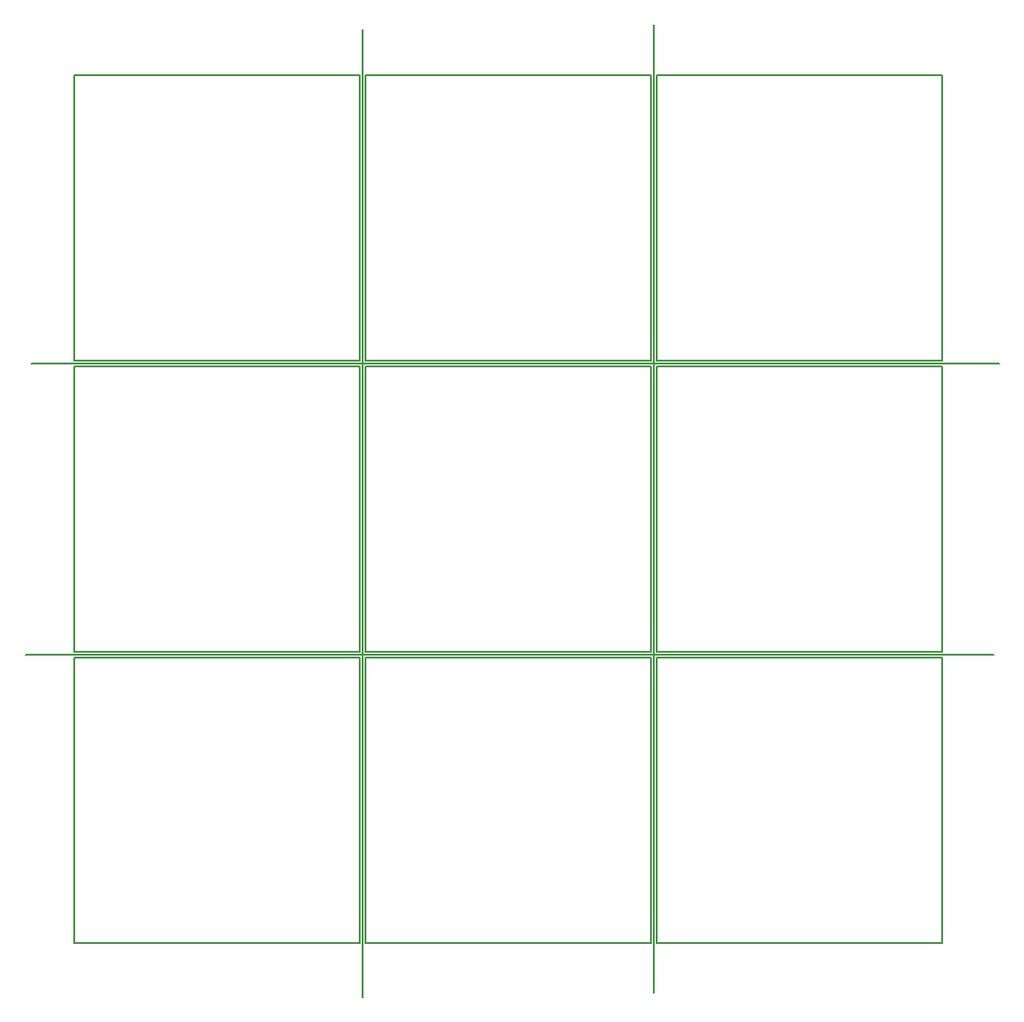
<source format=gm1>
G04 #@! TF.FileFunction,Profile,NP*
%FSLAX46Y46*%
G04 Gerber Fmt 4.6, Leading zero omitted, Abs format (unit mm)*
G04 Created by KiCad (PCBNEW 4.0.6) date 12/12/17 15:17:50*
%MOMM*%
%LPD*%
G01*
G04 APERTURE LIST*
%ADD10C,0.100000*%
%ADD11C,0.150000*%
G04 APERTURE END LIST*
D10*
D11*
X219456000Y-117094000D02*
X133350000Y-117094000D01*
X218948000Y-143002000D02*
X132842000Y-143002000D01*
X162814000Y-87376000D02*
X162814000Y-173482000D01*
X188722000Y-86995000D02*
X188722000Y-173101000D01*
X188976000Y-168656000D02*
X188976000Y-143256000D01*
X163068000Y-168656000D02*
X163068000Y-143256000D01*
X137160000Y-168656000D02*
X137160000Y-143256000D01*
X188976000Y-142748000D02*
X188976000Y-117348000D01*
X163068000Y-142748000D02*
X163068000Y-117348000D01*
X137160000Y-142748000D02*
X137160000Y-117348000D01*
X188976000Y-116840000D02*
X188976000Y-91440000D01*
X163068000Y-116840000D02*
X163068000Y-91440000D01*
X214376000Y-143256000D02*
X214376000Y-168656000D01*
X188468000Y-143256000D02*
X188468000Y-168656000D01*
X162560000Y-143256000D02*
X162560000Y-168656000D01*
X214376000Y-117348000D02*
X214376000Y-142748000D01*
X188468000Y-117348000D02*
X188468000Y-142748000D01*
X162560000Y-117348000D02*
X162560000Y-142748000D01*
X214376000Y-91440000D02*
X214376000Y-116840000D01*
X188468000Y-91440000D02*
X188468000Y-116840000D01*
X214376000Y-168656000D02*
X188976000Y-168656000D01*
X188468000Y-168656000D02*
X163068000Y-168656000D01*
X162560000Y-168656000D02*
X137160000Y-168656000D01*
X214376000Y-142748000D02*
X188976000Y-142748000D01*
X188468000Y-142748000D02*
X163068000Y-142748000D01*
X162560000Y-142748000D02*
X137160000Y-142748000D01*
X214376000Y-116840000D02*
X188976000Y-116840000D01*
X188468000Y-116840000D02*
X163068000Y-116840000D01*
X188976000Y-143256000D02*
X214376000Y-143256000D01*
X163068000Y-143256000D02*
X188468000Y-143256000D01*
X137160000Y-143256000D02*
X162560000Y-143256000D01*
X188976000Y-117348000D02*
X214376000Y-117348000D01*
X163068000Y-117348000D02*
X188468000Y-117348000D01*
X137160000Y-117348000D02*
X162560000Y-117348000D01*
X188976000Y-91440000D02*
X214376000Y-91440000D01*
X163068000Y-91440000D02*
X188468000Y-91440000D01*
X162560000Y-116840000D02*
X137160000Y-116840000D01*
X162560000Y-91440000D02*
X162560000Y-116840000D01*
X137160000Y-91440000D02*
X162560000Y-91440000D01*
X137160000Y-116840000D02*
X137160000Y-91440000D01*
M02*

</source>
